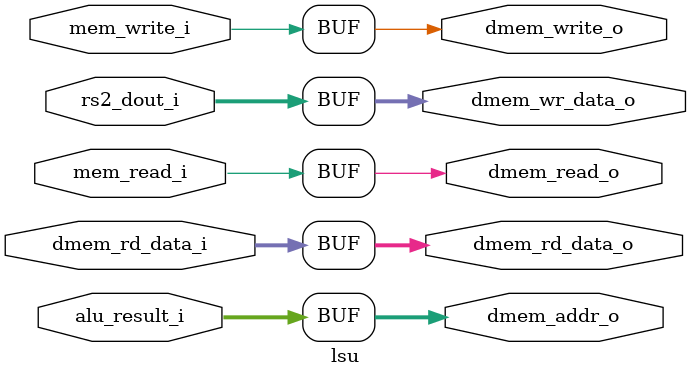
<source format=v>
`timescale 1ns/1ps

module lsu (
    input wire signed [31:0] alu_result_i,
    input wire signed [31:0] rs2_dout_i,
    input wire mem_write_i,
    input wire mem_read_i,
    input wire signed [31:0] dmem_rd_data_i,

    output wire signed [31:0] dmem_addr_o,
    output wire signed [31:0] dmem_wr_data_o,
    output wire dmem_write_o,
    output wire dmem_read_o,
    output wire signed [31:0] dmem_rd_data_o
);

assign dmem_addr_o = alu_result_i;

assign dmem_wr_data_o = rs2_dout_i;

assign dmem_rd_data_o = dmem_rd_data_i;

assign dmem_write_o = mem_write_i;

assign dmem_read_o = mem_read_i;


endmodule



</source>
